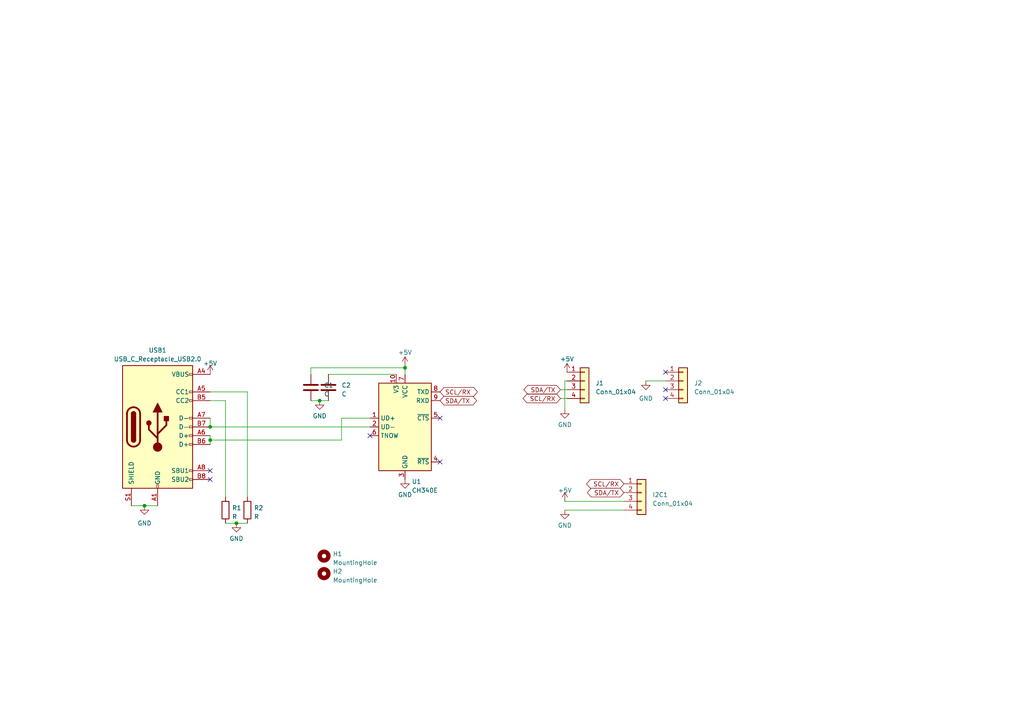
<source format=kicad_sch>
(kicad_sch (version 20230121) (generator eeschema)
  (paper "A4")
  (lib_symbols
    (symbol "Connector:USB_C_Receptacle_USB2.0" (pin_names (offset 1.016))
      (property "Reference" "J" (at -10.16 19.05 0))
      (property "Value" "USB_C_Receptacle_USB2.0" (at 19.05 19.05 0))
      (symbol "USB_C_Receptacle_USB2.0_0_0"
        (rectangle (start -0.254 -17.78) (end 0.254 -16.764))
        (rectangle (start 10.16 -14.986) (end 9.144 -15.494))
        (rectangle (start 10.16 -12.446) (end 9.144 -12.954))
        (rectangle (start 10.16 -4.826) (end 9.144 -5.334))
        (rectangle (start 10.16 -2.286) (end 9.144 -2.794))
        (rectangle (start 10.16 0.254) (end 9.144 -0.254))
        (rectangle (start 10.16 2.794) (end 9.144 2.286))
        (rectangle (start 10.16 7.874) (end 9.144 7.366))
        (rectangle (start 10.16 10.414) (end 9.144 9.906))
        (rectangle (start 10.16 15.494) (end 9.144 14.986))
      )
      (symbol "USB_C_Receptacle_USB2.0_0_1"
        (rectangle (start -10.16 17.78) (end 10.16 -17.78) (stroke (width 0.254)) (fill (type background)))
        (arc (start -8.89 -3.81) (mid -6.985 -5.7067) (end -5.08 -3.81) (stroke (width 0.508)))
        (arc (start -7.62 -3.81) (mid -6.985 -4.4423) (end -6.35 -3.81) (stroke (width 0.254)))
        (arc (start -7.62 -3.81) (mid -6.985 -4.4423) (end -6.35 -3.81) (stroke (width 0.254)) (fill (type outline)))
        (rectangle (start -7.62 -3.81) (end -6.35 3.81) (stroke (width 0.254)) (fill (type outline)))
        (arc (start -6.35 3.81) (mid -6.985 4.4423) (end -7.62 3.81) (stroke (width 0.254)))
        (arc (start -6.35 3.81) (mid -6.985 4.4423) (end -7.62 3.81) (stroke (width 0.254)) (fill (type outline)))
        (arc (start -5.08 3.81) (mid -6.985 5.7067) (end -8.89 3.81) (stroke (width 0.508)))
        (circle (center -2.54 1.143) (radius 0.635) (stroke (width 0.254)) (fill (type outline)))
        (circle (center 0 -5.842) (radius 1.27) (fill (type outline)))
        (polyline (pts (xy -8.89 -3.81) (xy -8.89 3.81)) (stroke (width 0.508)))
        (polyline (pts (xy -5.08 3.81) (xy -5.08 -3.81)) (stroke (width 0.508)))
        (polyline (pts (xy 0 -5.842) (xy 0 4.318)) (stroke (width 0.508)))
        (polyline (pts (xy 0 -3.302) (xy -2.54 -0.762) (xy -2.54 0.508)) (stroke (width 0.508)))
        (polyline (pts (xy 0 -2.032) (xy 2.54 0.508) (xy 2.54 1.778)) (stroke (width 0.508)))
        (polyline (pts (xy -1.27 4.318) (xy 0 6.858) (xy 1.27 4.318) (xy -1.27 4.318)) (stroke (width 0.254)) (fill (type outline)))
        (rectangle (start 1.905 1.778) (end 3.175 3.048) (stroke (width 0.254)) (fill (type outline)))
      )
      (symbol "USB_C_Receptacle_USB2.0_1_1"
        (pin passive line (at 0 -22.86 90) (length 5.08) (name "GND") (number "A1"))
        (pin passive line (at 0 -22.86 90) (length 5.08) hide (name "GND") (number "A12"))
        (pin passive line (at 15.24 15.24 180) (length 5.08) (name "VBUS") (number "A4"))
        (pin bidirectional line (at 15.24 10.16 180) (length 5.08) (name "CC1") (number "A5"))
        (pin bidirectional line (at 15.24 -2.54 180) (length 5.08) (name "D+") (number "A6"))
        (pin bidirectional line (at 15.24 2.54 180) (length 5.08) (name "D-") (number "A7"))
        (pin bidirectional line (at 15.24 -12.7 180) (length 5.08) (name "SBU1") (number "A8"))
        (pin passive line (at 15.24 15.24 180) (length 5.08) hide (name "VBUS") (number "A9"))
        (pin passive line (at 0 -22.86 90) (length 5.08) hide (name "GND") (number "B1"))
        (pin passive line (at 0 -22.86 90) (length 5.08) hide (name "GND") (number "B12"))
        (pin passive line (at 15.24 15.24 180) (length 5.08) hide (name "VBUS") (number "B4"))
        (pin bidirectional line (at 15.24 7.62 180) (length 5.08) (name "CC2") (number "B5"))
        (pin bidirectional line (at 15.24 -5.08 180) (length 5.08) (name "D+") (number "B6"))
        (pin bidirectional line (at 15.24 0 180) (length 5.08) (name "D-") (number "B7"))
        (pin bidirectional line (at 15.24 -15.24 180) (length 5.08) (name "SBU2") (number "B8"))
        (pin passive line (at 15.24 15.24 180) (length 5.08) hide (name "VBUS") (number "B9"))
        (pin passive line (at -7.62 -22.86 90) (length 5.08) (name "SHIELD") (number "S1"))
      )
    )
    (symbol "Connector_Generic:Conn_01x04" (pin_names (offset 1.016) hide)
      (property "Reference" "J" (at 0 5.08 0))
      (property "Value" "Conn_01x04" (at 0 -7.62 0))
      (symbol "Conn_01x04_1_1"
        (rectangle (start -1.27 -4.953) (end 0 -5.207) (stroke (width 0.1524)))
        (rectangle (start -1.27 -2.413) (end 0 -2.667) (stroke (width 0.1524)))
        (rectangle (start -1.27 0.127) (end 0 -0.127) (stroke (width 0.1524)))
        (rectangle (start -1.27 2.667) (end 0 2.413) (stroke (width 0.1524)))
        (rectangle (start -1.27 3.81) (end 1.27 -6.35) (stroke (width 0.254)) (fill (type background)))
        (pin passive line (at -5.08 2.54 0) (length 3.81) (name "Pin_1") (number "1"))
        (pin passive line (at -5.08 0 0) (length 3.81) (name "Pin_2") (number "2"))
        (pin passive line (at -5.08 -2.54 0) (length 3.81) (name "Pin_3") (number "3"))
        (pin passive line (at -5.08 -5.08 0) (length 3.81) (name "Pin_4") (number "4"))
      )
    )
    (symbol "Device:C" (pin_numbers hide) (pin_names (offset 0.254))
      (property "Reference" "C" (at 0.635 2.54 0))
      (property "Value" "C" (at 0.635 -2.54 0))
      (symbol "C_0_1"
        (polyline (pts (xy -2.032 -0.762) (xy 2.032 -0.762)) (stroke (width 0.508)))
        (polyline (pts (xy -2.032 0.762) (xy 2.032 0.762)) (stroke (width 0.508)))
      )
      (symbol "C_1_1"
        (pin passive line (at 0 3.81 270) (length 2.794) (name "~") (number "1"))
        (pin passive line (at 0 -3.81 90) (length 2.794) (name "~") (number "2"))
      )
    )
    (symbol "Device:R" (pin_numbers hide) (pin_names (offset 0))
      (property "Reference" "R" (at 2.032 0 90))
      (property "Value" "R" (at 0 0 90))
      (symbol "R_0_1"
        (rectangle (start -1.016 -2.54) (end 1.016 2.54) (stroke (width 0.254)))
      )
      (symbol "R_1_1"
        (pin passive line (at 0 3.81 270) (length 1.27) (name "~") (number "1"))
        (pin passive line (at 0 -3.81 90) (length 1.27) (name "~") (number "2"))
      )
    )
    (symbol "Interface_USB:CH340E"
      (property "Reference" "U" (at -5.08 13.97 0))
      (property "Value" "CH340E" (at 1.27 13.97 0))
      (symbol "CH340E_0_1"
        (rectangle (start -7.62 12.7) (end 7.62 -12.7) (stroke (width 0.254)) (fill (type background)))
      )
      (symbol "CH340E_1_1"
        (pin bidirectional line (at -10.16 2.54 0) (length 2.54) (name "UD+") (number "1"))
        (pin passive line (at -2.54 15.24 270) (length 2.54) (name "V3") (number "10"))
        (pin bidirectional line (at -10.16 0 0) (length 2.54) (name "UD-") (number "2"))
        (pin power_in line (at 0 -15.24 90) (length 2.54) (name "GND") (number "3"))
        (pin output line (at 10.16 -10.16 180) (length 2.54) (name "~{RTS}") (number "4"))
        (pin input line (at 10.16 2.54 180) (length 2.54) (name "~{CTS}") (number "5"))
        (pin output line (at -10.16 -2.54 0) (length 2.54) (name "TNOW") (number "6"))
        (pin power_in line (at 0 15.24 270) (length 2.54) (name "VCC") (number "7"))
        (pin output line (at 10.16 10.16 180) (length 2.54) (name "TXD") (number "8"))
        (pin input line (at 10.16 7.62 180) (length 2.54) (name "RXD") (number "9"))
      )
    )
    (symbol "Mechanical:MountingHole" (pin_names (offset 1.016))
      (property "Reference" "H" (at 0 5.08 0))
      (property "Value" "MountingHole" (at 0 3.175 0))
      (symbol "MountingHole_0_1"
        (circle (center 0 0) (radius 1.27) (stroke (width 1.27)))
      )
    )
    (symbol "power:+5V" (power) (pin_names (offset 0))
      (property "Value" "+5V" (at 0 3.556 0))
      (symbol "+5V_0_1"
        (polyline (pts (xy -0.762 1.27) (xy 0 2.54)))
        (polyline (pts (xy 0 0) (xy 0 2.54)))
        (polyline (pts (xy 0 2.54) (xy 0.762 1.27)))
      )
      (symbol "+5V_1_1"
        (pin power_in line (at 0 0 90) (length 0) hide (name "+5V") (number "1"))
      )
    )
    (symbol "power:GND" (power) (pin_names (offset 0))
      (property "Value" "GND" (at 0 -3.81 0))
      (symbol "GND_0_1"
        (polyline (pts (xy 0 0) (xy 0 -1.27) (xy 1.27 -1.27) (xy 0 -2.54) (xy -1.27 -1.27) (xy 0 -1.27)))
      )
      (symbol "GND_1_1"
        (pin power_in line (at 0 0 270) (length 0) hide (name "GND") (number "1"))
      )
    )
  )
  (junction (at 60.96 127.635))
  (junction (at 92.71 116.205))
  (junction (at 60.96 123.825))
  (junction (at 41.91 146.685))
  (junction (at 117.475 106.68))
  (junction (at 68.58 151.765))
  (no_connect (at 193.04 107.95))
  (no_connect (at 193.04 113.03))
  (no_connect (at 60.96 136.525))
  (no_connect (at 127.635 121.285))
  (no_connect (at 60.96 139.065))
  (no_connect (at 193.04 115.57))
  (no_connect (at 107.315 126.365))
  (no_connect (at 127.635 133.985))
  (wire (pts (xy 60.96 113.665) (xy 71.755 113.665)))
  (wire (pts (xy 60.96 123.825) (xy 107.315 123.825)))
  (wire (pts (xy 163.83 118.745) (xy 163.83 110.49)))
  (wire (pts (xy 68.58 151.765) (xy 71.755 151.765)))
  (wire (pts (xy 114.935 108.585) (xy 95.25 108.585)))
  (wire (pts (xy 193.04 110.49) (xy 187.325 110.49)))
  (wire (pts (xy 90.17 106.68) (xy 117.475 106.68)))
  (wire (pts (xy 71.755 113.665) (xy 71.755 144.145)))
  (wire (pts (xy 65.405 144.145) (xy 65.405 116.205)))
  (wire (pts (xy 163.83 147.955) (xy 180.975 147.955)))
  (wire (pts (xy 99.06 127.635) (xy 60.96 127.635)))
  (wire (pts (xy 99.06 121.285) (xy 99.06 127.635)))
  (wire (pts (xy 117.475 106.68) (xy 117.475 106.045)))
  (wire (pts (xy 60.96 126.365) (xy 60.96 127.635)))
  (wire (pts (xy 117.475 106.68) (xy 117.475 108.585)))
  (wire (pts (xy 38.1 146.685) (xy 41.91 146.685)))
  (wire (pts (xy 163.83 110.49) (xy 164.465 110.49)))
  (wire (pts (xy 162.56 113.03) (xy 164.465 113.03)))
  (wire (pts (xy 65.405 116.205) (xy 60.96 116.205)))
  (wire (pts (xy 60.96 121.285) (xy 60.96 123.825)))
  (wire (pts (xy 92.71 116.205) (xy 95.25 116.205)))
  (wire (pts (xy 60.96 127.635) (xy 60.96 128.905)))
  (wire (pts (xy 163.83 145.415) (xy 180.975 145.415)))
  (wire (pts (xy 90.17 116.205) (xy 92.71 116.205)))
  (wire (pts (xy 41.91 146.685) (xy 45.72 146.685)))
  (wire (pts (xy 107.315 121.285) (xy 99.06 121.285)))
  (wire (pts (xy 162.56 115.57) (xy 164.465 115.57)))
  (wire (pts (xy 90.17 108.585) (xy 90.17 106.68)))
  (wire (pts (xy 65.405 151.765) (xy 68.58 151.765)))
  (global_label "SCL{slash}RX" (shape bidirectional) (at 180.975 140.335 180) (property "Intersheetrefs" "${INTERSHEET_REFS}" (effects hide)))
  (global_label "SCL{slash}RX" (shape bidirectional) (at 127.635 113.665 0) (property "Intersheetrefs" "${INTERSHEET_REFS}" (effects hide)))
  (global_label "SDA{slash}TX" (shape bidirectional) (at 127.635 116.205 0) (property "Intersheetrefs" "${INTERSHEET_REFS}" (effects hide)))
  (global_label "SCL{slash}RX" (shape bidirectional) (at 162.56 115.57 180) (property "Intersheetrefs" "${INTERSHEET_REFS}" (effects hide)))
  (global_label "SDA{slash}TX" (shape bidirectional) (at 162.56 113.03 180) (property "Intersheetrefs" "${INTERSHEET_REFS}" (effects hide)))
  (global_label "SDA{slash}TX" (shape bidirectional) (at 180.975 142.875 180) (property "Intersheetrefs" "${INTERSHEET_REFS}" (effects hide)))
  (symbol (lib_id "Connector_Generic:Conn_01x04") (at 186.055 142.875 0) (unit 1)
    (property "Reference" "I2C1" (at 189.23 143.51 0) (effects (justify left)))
    (property "Value" "Conn_01x04" (at 189.23 146.05 0) (effects (justify left)))
    (property "Footprint" "Connector_PinHeader_2.54mm:PinHeader_1x04_P2.54mm_Horizontal" (effects hide))
  )
  (symbol (lib_id "power:GND") (at 163.83 147.955 0) (unit 1)
    (property "Reference" "#PWR010" (effects hide))
    (property "Value" "GND" (at 163.83 152.4 0))
  )
  (symbol (lib_id "Device:R") (at 71.755 147.955 0) (unit 1)
    (property "Reference" "R2" (at 73.66 147.32 0) (effects (justify left)))
    (property "Value" "R" (at 73.66 149.86 0) (effects (justify left)))
    (property "Footprint" "Resistor_SMD:R_0603_1608Metric_Pad0.98x0.95mm_HandSolder" (effects hide))
  )
  (symbol (lib_id "Connector_Generic:Conn_01x04") (at 198.12 110.49 0) (unit 1)
    (property "Reference" "J2" (at 201.295 111.125 0) (effects (justify left)))
    (property "Value" "Conn_01x04" (at 201.295 113.665 0) (effects (justify left)))
    (property "Footprint" "Connector_PinHeader_2.54mm:PinHeader_1x04_P2.54mm_Vertical" (effects hide))
  )
  (symbol (lib_id "power:GND") (at 68.58 151.765 0) (unit 1)
    (property "Reference" "#PWR03" (effects hide))
    (property "Value" "GND" (at 68.58 156.21 0))
  )
  (symbol (lib_id "power:+5V") (at 164.465 107.95 0) (unit 1)
    (property "Reference" "#PWR011" (effects hide))
    (property "Value" "+5V" (at 164.465 104.14 0))
  )
  (symbol (lib_id "Device:C") (at 90.17 112.395 0) (unit 1)
    (property "Reference" "C1" (at 93.98 111.76 0) (effects (justify left)))
    (property "Value" "C" (at 93.98 114.3 0) (effects (justify left)))
    (property "Footprint" "Capacitor_SMD:C_0603_1608Metric_Pad1.08x0.95mm_HandSolder" (effects hide))
  )
  (symbol (lib_id "power:GND") (at 163.83 118.745 0) (unit 1)
    (property "Reference" "#PWR08" (effects hide))
    (property "Value" "GND" (at 163.83 123.19 0))
  )
  (symbol (lib_id "power:+5V") (at 163.83 145.415 0) (unit 1)
    (property "Reference" "#PWR09" (effects hide))
    (property "Value" "+5V" (at 163.83 142.24 0))
  )
  (symbol (lib_id "power:GND") (at 92.71 116.205 0) (unit 1)
    (property "Reference" "#PWR04" (effects hide))
    (property "Value" "GND" (at 92.71 120.65 0))
  )
  (symbol (lib_id "Mechanical:MountingHole") (at 93.98 161.29 0) (unit 1)
    (property "Reference" "H1" (at 96.52 160.655 0) (effects (justify left)))
    (property "Value" "MountingHole" (at 96.52 163.195 0) (effects (justify left)))
    (property "Footprint" "MountingHole:MountingHole_3.2mm_M3_ISO14580_Pad" (effects hide))
  )
  (symbol (lib_id "Mechanical:MountingHole") (at 93.98 166.37 0) (unit 1)
    (property "Reference" "H2" (at 96.52 165.735 0) (effects (justify left)))
    (property "Value" "MountingHole" (at 96.52 168.275 0) (effects (justify left)))
    (property "Footprint" "MountingHole:MountingHole_3.2mm_M3_ISO14580_Pad" (effects hide))
  )
  (symbol (lib_id "Device:C") (at 95.25 112.395 0) (unit 1)
    (property "Reference" "C2" (at 99.06 111.76 0) (effects (justify left)))
    (property "Value" "C" (at 99.06 114.3 0) (effects (justify left)))
    (property "Footprint" "Capacitor_SMD:C_0603_1608Metric_Pad1.08x0.95mm_HandSolder" (effects hide))
  )
  (symbol (lib_id "Interface_USB:CH340E") (at 117.475 123.825 0) (unit 1)
    (property "Reference" "U1" (at 119.4309 139.7 0) (effects (justify left)))
    (property "Value" "CH340E" (at 119.4309 142.24 0) (effects (justify left)))
    (property "Footprint" "Package_SO:MSOP-10_3x3mm_P0.5mm" (effects hide))
    (property "Datasheet" "https://www.mpja.com/download/35227cpdata.pdf" (effects hide))
  )
  (symbol (lib_id "power:+5V") (at 117.475 106.045 0) (unit 1)
    (property "Reference" "#PWR06" (effects hide))
    (property "Value" "+5V" (at 117.475 102.235 0))
  )
  (symbol (lib_id "Connector_Generic:Conn_01x04") (at 169.545 110.49 0) (unit 1)
    (property "Reference" "J1" (at 172.72 111.125 0) (effects (justify left)))
    (property "Value" "Conn_01x04" (at 172.72 113.665 0) (effects (justify left)))
    (property "Footprint" "Connector_PinHeader_2.54mm:PinHeader_1x04_P2.54mm_Vertical" (effects hide))
  )
  (symbol (lib_id "power:+5V") (at 60.96 108.585 0) (unit 1)
    (property "Reference" "#PWR02" (effects hide))
    (property "Value" "+5V" (at 60.96 105.41 0))
  )
  (symbol (lib_id "power:GND") (at 41.91 146.685 0) (unit 1)
    (property "Reference" "#PWR01" (effects hide))
    (property "Value" "GND" (at 41.91 151.765 0))
  )
  (symbol (lib_id "power:GND") (at 117.475 139.065 0) (unit 1)
    (property "Reference" "#PWR07" (effects hide))
    (property "Value" "GND" (at 117.475 143.51 0))
  )
  (symbol (lib_id "power:GND") (at 187.325 110.49 0) (unit 1)
    (property "Reference" "#PWR012" (effects hide))
    (property "Value" "GND" (at 187.325 115.57 0))
  )
  (symbol (lib_id "Connector:USB_C_Receptacle_USB2.0") (at 45.72 123.825 0) (unit 1)
    (property "Reference" "USB1" (at 45.72 101.6 0))
    (property "Value" "USB_C_Receptacle_USB2.0" (at 45.72 104.14 0))
    (property "Footprint" "Connector_USB:USB_C_Receptacle_GCT_USB4105-xx-A_16P_TopMnt_Horizontal" (effects hide))
    (property "Datasheet" "https://www.usb.org/sites/default/files/documents/usb_type-c.zip" (effects hide))
  )
  (symbol (lib_id "Device:R") (at 65.405 147.955 0) (unit 1)
    (property "Reference" "R1" (at 67.31 147.32 0) (effects (justify left)))
    (property "Value" "R" (at 67.31 149.86 0) (effects (justify left)))
    (property "Footprint" "Resistor_SMD:R_0603_1608Metric_Pad0.98x0.95mm_HandSolder" (effects hide))
  )
)
</source>
